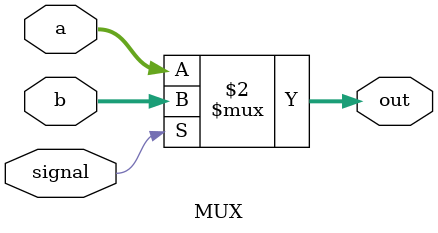
<source format=v>
module MUX(a, b, signal, out);

input [31:0] a, b;
input signal;

output [31:0] out;

assign out = (signal == 1'b0) ? a : b;

endmodule
</source>
